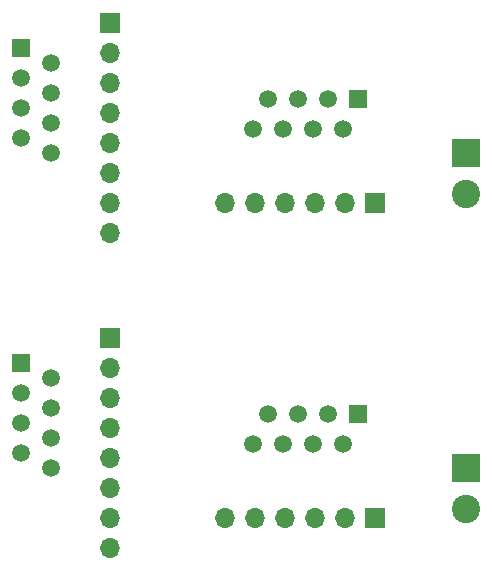
<source format=gbr>
%TF.GenerationSoftware,KiCad,Pcbnew,7.0.9*%
%TF.CreationDate,2024-06-07T23:50:55-04:00*%
%TF.ProjectId,8P breakout header,38502062-7265-4616-9b6f-757420686561,rev?*%
%TF.SameCoordinates,Original*%
%TF.FileFunction,Copper,L2,Bot*%
%TF.FilePolarity,Positive*%
%FSLAX46Y46*%
G04 Gerber Fmt 4.6, Leading zero omitted, Abs format (unit mm)*
G04 Created by KiCad (PCBNEW 7.0.9) date 2024-06-07 23:50:55*
%MOMM*%
%LPD*%
G01*
G04 APERTURE LIST*
%TA.AperFunction,ComponentPad*%
%ADD10R,1.700000X1.700000*%
%TD*%
%TA.AperFunction,ComponentPad*%
%ADD11O,1.700000X1.700000*%
%TD*%
%TA.AperFunction,ComponentPad*%
%ADD12R,1.500000X1.500000*%
%TD*%
%TA.AperFunction,ComponentPad*%
%ADD13C,1.500000*%
%TD*%
%TA.AperFunction,ComponentPad*%
%ADD14R,2.400000X2.400000*%
%TD*%
%TA.AperFunction,ComponentPad*%
%ADD15C,2.400000*%
%TD*%
G04 APERTURE END LIST*
D10*
%TO.P,J6,1,Pin_1*%
%TO.N,Net-(J6-Pin_1)*%
X195742500Y-93980000D03*
D11*
%TO.P,J6,2,Pin_2*%
%TO.N,Net-(J6-Pin_2)*%
X193202500Y-93980000D03*
%TO.P,J6,3,Pin_3*%
%TO.N,Net-(J6-Pin_3)*%
X190662500Y-93980000D03*
%TO.P,J6,4,Pin_4*%
%TO.N,Net-(J6-Pin_4)*%
X188122500Y-93980000D03*
%TO.P,J6,5,Pin_5*%
%TO.N,Net-(J6-Pin_5)*%
X185582500Y-93980000D03*
%TO.P,J6,6,Pin_6*%
%TO.N,Net-(J6-Pin_6)*%
X183042500Y-93980000D03*
%TD*%
D10*
%TO.P,J4,1,Pin_1*%
%TO.N,Net-(J4-Pin_1)*%
X173355000Y-78740000D03*
D11*
%TO.P,J4,2,Pin_2*%
%TO.N,Net-(J4-Pin_2)*%
X173355000Y-81280000D03*
%TO.P,J4,3,Pin_3*%
%TO.N,Net-(J4-Pin_3)*%
X173355000Y-83820000D03*
%TO.P,J4,4,Pin_4*%
%TO.N,Net-(J4-Pin_4)*%
X173355000Y-86360000D03*
%TO.P,J4,5,Pin_5*%
%TO.N,Net-(J4-Pin_5)*%
X173355000Y-88900000D03*
%TO.P,J4,6,Pin_6*%
%TO.N,Net-(J4-Pin_6)*%
X173355000Y-91440000D03*
%TO.P,J4,7,Pin_7*%
%TO.N,Net-(J4-Pin_7)*%
X173355000Y-93980000D03*
%TO.P,J4,8,Pin_8*%
%TO.N,Net-(J4-Pin_8)*%
X173355000Y-96520000D03*
%TD*%
D12*
%TO.P,J3,1*%
%TO.N,Net-(J7-Pin_1)*%
X194310000Y-85110000D03*
D13*
%TO.P,J3,2*%
%TO.N,Net-(J6-Pin_1)*%
X193040000Y-87650000D03*
%TO.P,J3,3*%
%TO.N,Net-(J7-Pin_2)*%
X191770000Y-85110000D03*
%TO.P,J3,4*%
%TO.N,Net-(J6-Pin_2)*%
X190500000Y-87650000D03*
%TO.P,J3,5*%
%TO.N,Net-(J6-Pin_3)*%
X189230000Y-85110000D03*
%TO.P,J3,6*%
%TO.N,Net-(J6-Pin_4)*%
X187960000Y-87650000D03*
%TO.P,J3,7*%
%TO.N,Net-(J6-Pin_5)*%
X186690000Y-85110000D03*
%TO.P,J3,8*%
%TO.N,Net-(J6-Pin_6)*%
X185420000Y-87650000D03*
%TD*%
D12*
%TO.P,J1,1*%
%TO.N,Net-(J4-Pin_1)*%
X165755000Y-80807500D03*
D13*
%TO.P,J1,2*%
%TO.N,Net-(J4-Pin_2)*%
X168295000Y-82077500D03*
%TO.P,J1,3*%
%TO.N,Net-(J4-Pin_3)*%
X165755000Y-83347500D03*
%TO.P,J1,4*%
%TO.N,Net-(J4-Pin_4)*%
X168295000Y-84617500D03*
%TO.P,J1,5*%
%TO.N,Net-(J4-Pin_5)*%
X165755000Y-85887500D03*
%TO.P,J1,6*%
%TO.N,Net-(J4-Pin_6)*%
X168295000Y-87157500D03*
%TO.P,J1,7*%
%TO.N,Net-(J4-Pin_7)*%
X165755000Y-88427500D03*
%TO.P,J1,8*%
%TO.N,Net-(J4-Pin_8)*%
X168295000Y-89697500D03*
%TD*%
D14*
%TO.P,J7,1,Pin_1*%
%TO.N,Net-(J7-Pin_1)*%
X203462500Y-89690000D03*
D15*
%TO.P,J7,2,Pin_2*%
%TO.N,Net-(J7-Pin_2)*%
X203462500Y-93190000D03*
%TD*%
D12*
%TO.P,J1,1*%
%TO.N,Net-(J4-Pin_1)*%
X165755000Y-54137500D03*
D13*
%TO.P,J1,2*%
%TO.N,Net-(J4-Pin_2)*%
X168295000Y-55407500D03*
%TO.P,J1,3*%
%TO.N,Net-(J4-Pin_3)*%
X165755000Y-56677500D03*
%TO.P,J1,4*%
%TO.N,Net-(J4-Pin_4)*%
X168295000Y-57947500D03*
%TO.P,J1,5*%
%TO.N,Net-(J4-Pin_5)*%
X165755000Y-59217500D03*
%TO.P,J1,6*%
%TO.N,Net-(J4-Pin_6)*%
X168295000Y-60487500D03*
%TO.P,J1,7*%
%TO.N,Net-(J4-Pin_7)*%
X165755000Y-61757500D03*
%TO.P,J1,8*%
%TO.N,Net-(J4-Pin_8)*%
X168295000Y-63027500D03*
%TD*%
D14*
%TO.P,J7,1,Pin_1*%
%TO.N,Net-(J7-Pin_1)*%
X203462500Y-63020000D03*
D15*
%TO.P,J7,2,Pin_2*%
%TO.N,Net-(J7-Pin_2)*%
X203462500Y-66520000D03*
%TD*%
D10*
%TO.P,J6,1,Pin_1*%
%TO.N,Net-(J6-Pin_1)*%
X195742500Y-67310000D03*
D11*
%TO.P,J6,2,Pin_2*%
%TO.N,Net-(J6-Pin_2)*%
X193202500Y-67310000D03*
%TO.P,J6,3,Pin_3*%
%TO.N,Net-(J6-Pin_3)*%
X190662500Y-67310000D03*
%TO.P,J6,4,Pin_4*%
%TO.N,Net-(J6-Pin_4)*%
X188122500Y-67310000D03*
%TO.P,J6,5,Pin_5*%
%TO.N,Net-(J6-Pin_5)*%
X185582500Y-67310000D03*
%TO.P,J6,6,Pin_6*%
%TO.N,Net-(J6-Pin_6)*%
X183042500Y-67310000D03*
%TD*%
D10*
%TO.P,J4,1,Pin_1*%
%TO.N,Net-(J4-Pin_1)*%
X173355000Y-52070000D03*
D11*
%TO.P,J4,2,Pin_2*%
%TO.N,Net-(J4-Pin_2)*%
X173355000Y-54610000D03*
%TO.P,J4,3,Pin_3*%
%TO.N,Net-(J4-Pin_3)*%
X173355000Y-57150000D03*
%TO.P,J4,4,Pin_4*%
%TO.N,Net-(J4-Pin_4)*%
X173355000Y-59690000D03*
%TO.P,J4,5,Pin_5*%
%TO.N,Net-(J4-Pin_5)*%
X173355000Y-62230000D03*
%TO.P,J4,6,Pin_6*%
%TO.N,Net-(J4-Pin_6)*%
X173355000Y-64770000D03*
%TO.P,J4,7,Pin_7*%
%TO.N,Net-(J4-Pin_7)*%
X173355000Y-67310000D03*
%TO.P,J4,8,Pin_8*%
%TO.N,Net-(J4-Pin_8)*%
X173355000Y-69850000D03*
%TD*%
D12*
%TO.P,J3,1*%
%TO.N,Net-(J7-Pin_1)*%
X194310000Y-58440000D03*
D13*
%TO.P,J3,2*%
%TO.N,Net-(J6-Pin_1)*%
X193040000Y-60980000D03*
%TO.P,J3,3*%
%TO.N,Net-(J7-Pin_2)*%
X191770000Y-58440000D03*
%TO.P,J3,4*%
%TO.N,Net-(J6-Pin_2)*%
X190500000Y-60980000D03*
%TO.P,J3,5*%
%TO.N,Net-(J6-Pin_3)*%
X189230000Y-58440000D03*
%TO.P,J3,6*%
%TO.N,Net-(J6-Pin_4)*%
X187960000Y-60980000D03*
%TO.P,J3,7*%
%TO.N,Net-(J6-Pin_5)*%
X186690000Y-58440000D03*
%TO.P,J3,8*%
%TO.N,Net-(J6-Pin_6)*%
X185420000Y-60980000D03*
%TD*%
M02*

</source>
